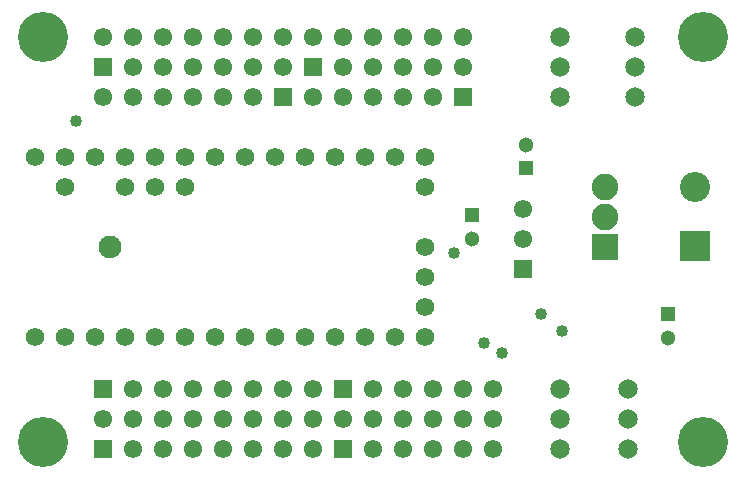
<source format=gbs>
G04 DipTrace 3.0.0.0*
G04 Teensy-Arbotix-mini.gbs*
%MOIN*%
G04 #@! TF.FileFunction,Soldermask,Bot*
G04 #@! TF.Part,Single*
%ADD13C,0.04*%
%ADD37C,0.074*%
%ADD40C,0.06194*%
%ADD43C,0.065199*%
%ADD55C,0.167*%
%ADD61C,0.088614*%
%ADD63R,0.088614X0.088614*%
%ADD67C,0.076*%
%ADD75C,0.100425*%
%ADD77R,0.100425X0.100425*%
%ADD79C,0.061055*%
%ADD81R,0.061055X0.061055*%
%ADD83C,0.051213*%
%ADD85R,0.051213X0.051213*%
%FSLAX26Y26*%
G04*
G70*
G90*
G75*
G01*
G04 BotMask*
%LPD*%
D55*
X2743701Y543701D3*
X543701D3*
Y1893701D3*
X2743701D3*
D13*
X2013701Y873701D3*
X2273701Y913701D3*
X1913701Y1173701D3*
X653701Y1613701D3*
X2073701Y838701D3*
X2203701Y968701D3*
D85*
X2628701D3*
D83*
Y889961D3*
D85*
X1974331Y1298071D3*
D83*
Y1219331D3*
D85*
X2153071Y1454331D3*
D83*
Y1533071D3*
D81*
X1443701Y1793701D3*
D79*
Y1893701D3*
X1543701Y1793701D3*
Y1893701D3*
X1643701Y1793701D3*
Y1893701D3*
X1743701Y1793701D3*
Y1893701D3*
X1843701Y1793701D3*
Y1893701D3*
X1943701Y1793701D3*
Y1893701D3*
D81*
Y1693701D3*
D79*
X1843701D3*
X1743701D3*
X1643701D3*
X1543701D3*
X1443701D3*
D81*
X743701Y1793701D3*
D79*
Y1893701D3*
X843701Y1793701D3*
Y1893701D3*
X943701Y1793701D3*
Y1893701D3*
X1043701Y1793701D3*
Y1893701D3*
X1143701Y1793701D3*
Y1893701D3*
X1243701Y1793701D3*
Y1893701D3*
X1343701Y1793701D3*
Y1893701D3*
D81*
Y1693701D3*
D79*
X1243701D3*
X1143701D3*
X1043701D3*
X943701D3*
X843701D3*
X743701D3*
D81*
Y518701D3*
D79*
Y618701D3*
X843701Y518701D3*
Y618701D3*
X943701Y518701D3*
Y618701D3*
X1043701Y518701D3*
Y618701D3*
X1143701Y518701D3*
Y618701D3*
X1243701Y518701D3*
Y618701D3*
X1343701Y518701D3*
Y618701D3*
X1443701Y518701D3*
Y618701D3*
D81*
X743701Y718701D3*
D79*
X843701D3*
X943701D3*
X1043701D3*
X1143701D3*
X1243701D3*
X1343701D3*
X1443701D3*
D81*
X1543701Y518701D3*
D79*
Y618701D3*
X1643701Y518701D3*
Y618701D3*
X1743701Y518701D3*
Y618701D3*
X1843701Y518701D3*
Y618701D3*
X1943701Y518701D3*
Y618701D3*
X2043701Y518701D3*
Y618701D3*
D81*
X1543701Y718701D3*
D79*
X1643701D3*
X1743701D3*
X1843701D3*
X1943701D3*
X2043701D3*
D81*
X2143701Y1118701D3*
D79*
Y1218701D3*
Y1318701D3*
D77*
X2718701Y1195276D3*
D75*
Y1392126D3*
D37*
X768701Y1193701D3*
D67*
D3*
D40*
X518701Y893701D3*
X618701D3*
X718701D3*
X818701D3*
X918701D3*
X1018701D3*
X1118701D3*
X1218701D3*
X1318701D3*
X1418701D3*
X1518701D3*
X1618701D3*
X1718701D3*
X1818701D3*
Y1193701D3*
Y1093701D3*
Y993701D3*
Y1393701D3*
Y1493701D3*
X1718701D3*
X1618701D3*
X1518701D3*
X1418701D3*
X1318701D3*
X1218701D3*
X1118701D3*
X1018701D3*
X918701D3*
X818701D3*
X718701D3*
X618701D3*
X518701D3*
X618701Y1393701D3*
X818701D3*
X918701D3*
X1018701D3*
D63*
X2418701Y1193701D3*
D61*
Y1293701D3*
Y1393701D3*
D43*
X2268701Y1893701D3*
Y1793701D3*
Y1693701D3*
X2518701Y1893701D3*
Y1793701D3*
Y1693701D3*
X2268701Y518701D3*
Y618701D3*
Y718701D3*
X2493701Y518701D3*
Y618701D3*
Y718701D3*
M02*

</source>
